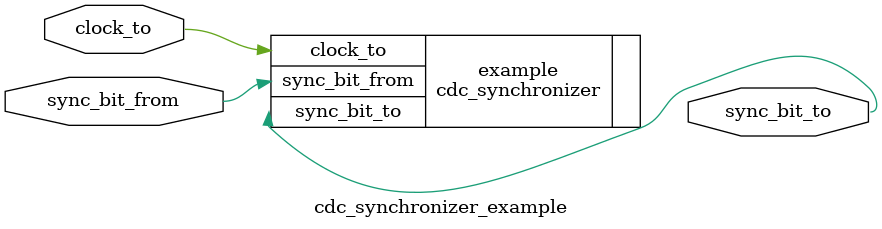
<source format=v>

module cdc_synchronizer_example
#(
    parameter EXTRA_DEPTH = 3
)
(
    input   wire    sync_bit_from,
    input   wire    clock_to,
    output  reg     sync_bit_to
);

    cdc_synchronizer
    #(
        .EXTRA_DEPTH    (EXTRA_DEPTH)
    )
    example
    (
        .sync_bit_from  (sync_bit_from),
        .clock_to       (clock_to),
        .sync_bit_to    (sync_bit_to)
    );

endmodule


</source>
